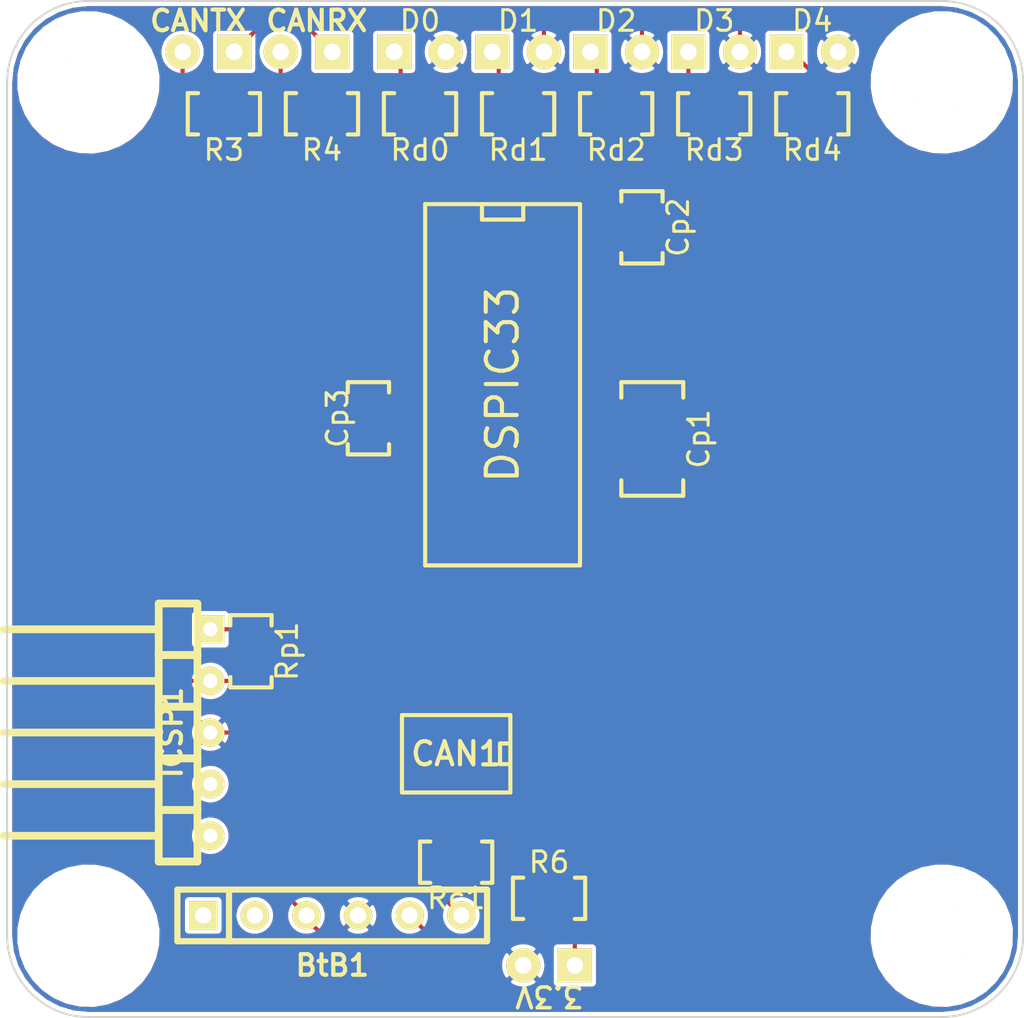
<source format=kicad_pcb>
(kicad_pcb (version 3) (host pcbnew "(2013-07-07 BZR 4022)-stable")
  (layers (15 Dessus.Cu signal) (0 Dessous.Cu signal))
  (net 0 "")
  (net 1 +3.3V)
  (net 2 /CANH)
  (net 3 /CANL)
  (net 4 /CAN_RX)
  (net 5 /CAN_TX)
  (net 6 /D0)
  (net 7 /D1)
  (net 8 /D2)
  (net 9 /D3)
  (net 10 /D4)
  (net 11 /MCLR)
  (net 12 /PGC)
  (net 13 /PGD)
  (net 14 N-0000012)
  (net 15 N-0000024)
  (net 16 N-000003)
  (net 17 N-0000037)
  (net 18 N-000004)
  (net 19 N-000005)
  (net 20 N-000006)
  (net 21 N-000008)
  (net 22 N-000009)
  (net 23 VSS)
  (module Ogbw-PIN_ARRAY-5X1-coudée (layer Dessus.Cu) (at 195 101 270)
    (fp_text reference ICSP1)
    (fp_text value CONN_5 hide)
    (pad 5 thru_hole circle (at 5.08 0 270) (size 1.397 1.397) (drill 0.6985) (layers *.Cu *.Mask Dessus.SilkS) (net 12 /PGC))
    (pad 4 thru_hole circle (at 2.54 0 270) (size 1.397 1.397) (drill 0.6985) (layers *.Cu *.Mask Dessus.SilkS) (net 13 /PGD))
    (pad 3 thru_hole circle (at 0 0 270) (size 1.397 1.397) (drill 0.6985) (layers *.Cu *.Mask Dessus.SilkS) (net 23 VSS))
    (pad 2 thru_hole circle (at -2.54 0 270) (size 1.397 1.397) (drill 0.6985) (layers *.Cu *.Mask Dessus.SilkS) (net 1 +3.3V))
    (pad 1 thru_hole rect (at -5.08 0 270) (size 1.397 1.397) (drill 0.6985) (layers *.Cu *.Mask Dessus.SilkS) (net 11 /MCLR))
  )
  (module Ogbw-CMS-1206 (layer Dessus.Cu) (at 216.75 86.552 270)
    (fp_text reference Cp1)
    (fp_text value C hide)
    (pad 1 smd rect (at -1.651 0 270) (size 1.524 2.032) (layers Dessus.Cu Dessus.Pate Dessus.Masque) (net 17 N-0000037))
    (pad 2 smd rect (at 1.651 0 270) (size 1.524 2.032) (layers Dessus.Cu Dessus.Pate Dessus.Masque) (net 23 VSS))
  )
  (module Ogbw-LED-3MM (layer Dessus.Cu) (at 211.67 112.46 180)
    (fp_text reference 3.3V1 hide)
    (fp_text value LED hide)
    (pad 1 thru_hole rect (at -1.27 0 180) (size 1.6764 1.6764) (drill 0.8128) (layers *.Cu *.Mask Dessus.SilkS) (net 15 N-0000024))
    (pad 2 thru_hole circle (at 1.27 0 180) (size 1.6764 1.6764) (drill 0.8128) (layers *.Cu *.Mask Dessus.SilkS) (net 23 VSS))
  )
  (module Ogbw-LED-3MM (layer Dessus.Cu) (at 224.624 67.502)
    (fp_text reference D4)
    (fp_text value LED hide)
    (pad 1 thru_hole rect (at -1.27 0) (size 1.6764 1.6764) (drill 0.8128) (layers *.Cu *.Mask Dessus.SilkS) (net 16 N-000003))
    (pad 2 thru_hole circle (at 1.27 0) (size 1.6764 1.6764) (drill 0.8128) (layers *.Cu *.Mask Dessus.SilkS) (net 23 VSS))
  )
  (module Ogbw-LED-3MM (layer Dessus.Cu) (at 214.972 67.502)
    (fp_text reference D2)
    (fp_text value LED hide)
    (pad 1 thru_hole rect (at -1.27 0) (size 1.6764 1.6764) (drill 0.8128) (layers *.Cu *.Mask Dessus.SilkS) (net 14 N-0000012))
    (pad 2 thru_hole circle (at 1.27 0) (size 1.6764 1.6764) (drill 0.8128) (layers *.Cu *.Mask Dessus.SilkS) (net 23 VSS))
  )
  (module Ogbw-LED-3MM (layer Dessus.Cu) (at 210.146 67.502)
    (fp_text reference D1)
    (fp_text value LED hide)
    (pad 1 thru_hole rect (at -1.27 0) (size 1.6764 1.6764) (drill 0.8128) (layers *.Cu *.Mask Dessus.SilkS) (net 22 N-000009))
    (pad 2 thru_hole circle (at 1.27 0) (size 1.6764 1.6764) (drill 0.8128) (layers *.Cu *.Mask Dessus.SilkS) (net 23 VSS))
  )
  (module Ogbw-LED-3MM (layer Dessus.Cu) (at 205.32 67.502)
    (fp_text reference D0)
    (fp_text value LED hide)
    (pad 1 thru_hole rect (at -1.27 0) (size 1.6764 1.6764) (drill 0.8128) (layers *.Cu *.Mask Dessus.SilkS) (net 21 N-000008))
    (pad 2 thru_hole circle (at 1.27 0) (size 1.6764 1.6764) (drill 0.8128) (layers *.Cu *.Mask Dessus.SilkS) (net 23 VSS))
  )
  (module Ogbw-LED-3MM (layer Dessus.Cu) (at 194.906 67.502 180)
    (fp_text reference CAN_TX1 hide)
    (fp_text value LED hide)
    (pad 1 thru_hole rect (at -1.27 0 180) (size 1.6764 1.6764) (drill 0.8128) (layers *.Cu *.Mask Dessus.SilkS) (net 1 +3.3V))
    (pad 2 thru_hole circle (at 1.27 0 180) (size 1.6764 1.6764) (drill 0.8128) (layers *.Cu *.Mask Dessus.SilkS) (net 19 N-000005))
  )
  (module Ogbw-LED-3MM (layer Dessus.Cu) (at 199.732 67.502 180)
    (fp_text reference CAN_RX1 hide)
    (fp_text value LED hide)
    (pad 1 thru_hole rect (at -1.27 0 180) (size 1.6764 1.6764) (drill 0.8128) (layers *.Cu *.Mask Dessus.SilkS) (net 1 +3.3V))
    (pad 2 thru_hole circle (at 1.27 0 180) (size 1.6764 1.6764) (drill 0.8128) (layers *.Cu *.Mask Dessus.SilkS) (net 20 N-000006))
  )
  (module Ogbw-LED-3MM (layer Dessus.Cu) (at 219.798 67.502)
    (fp_text reference D3)
    (fp_text value LED hide)
    (pad 1 thru_hole rect (at -1.27 0) (size 1.6764 1.6764) (drill 0.8128) (layers *.Cu *.Mask Dessus.SilkS) (net 18 N-000004))
    (pad 2 thru_hole circle (at 1.27 0) (size 1.6764 1.6764) (drill 0.8128) (layers *.Cu *.Mask Dessus.SilkS) (net 23 VSS))
  )
  (module Ogbw-CMS-0805 (layer Dessus.Cu) (at 216.242 76.138 90)
    (fp_text reference Cp2)
    (fp_text value C hide)
    (pad 1 smd rect (at -0.9525 0 90) (size 0.889 1.397) (layers Dessus.Cu Dessus.Pate Dessus.Masque) (net 23 VSS))
    (pad 2 smd rect (at 0.9525 0 90) (size 0.889 1.397) (layers Dessus.Cu Dessus.Pate Dessus.Masque) (net 1 +3.3V))
  )
  (module Ogbw-CMS-0805 (layer Dessus.Cu) (at 205.32 70.55 180)
    (fp_text reference Rd0)
    (fp_text value R hide)
    (pad 1 smd rect (at -0.9525 0 180) (size 0.889 1.397) (layers Dessus.Cu Dessus.Pate Dessus.Masque) (net 6 /D0))
    (pad 2 smd rect (at 0.9525 0 180) (size 0.889 1.397) (layers Dessus.Cu Dessus.Pate Dessus.Masque) (net 21 N-000008))
  )
  (module Ogbw-CMS-0805 (layer Dessus.Cu) (at 197 97 270)
    (fp_text reference Rp1)
    (fp_text value R hide)
    (pad 1 smd rect (at -0.9525 0 270) (size 0.889 1.397) (layers Dessus.Cu Dessus.Pate Dessus.Masque) (net 11 /MCLR))
    (pad 2 smd rect (at 0.9525 0 270) (size 0.889 1.397) (layers Dessus.Cu Dessus.Pate Dessus.Masque) (net 1 +3.3V))
  )
  (module Ogbw-CMS-0805 (layer Dessus.Cu) (at 210.146 70.55 180)
    (fp_text reference Rd1)
    (fp_text value R hide)
    (pad 1 smd rect (at -0.9525 0 180) (size 0.889 1.397) (layers Dessus.Cu Dessus.Pate Dessus.Masque) (net 7 /D1))
    (pad 2 smd rect (at 0.9525 0 180) (size 0.889 1.397) (layers Dessus.Cu Dessus.Pate Dessus.Masque) (net 22 N-000009))
  )
  (module Ogbw-CMS-0805 (layer Dessus.Cu) (at 202.78 85.536 270)
    (fp_text reference Cp3)
    (fp_text value C hide)
    (pad 1 smd rect (at -0.9525 0 270) (size 0.889 1.397) (layers Dessus.Cu Dessus.Pate Dessus.Masque) (net 23 VSS))
    (pad 2 smd rect (at 0.9525 0 270) (size 0.889 1.397) (layers Dessus.Cu Dessus.Pate Dessus.Masque) (net 1 +3.3V))
  )
  (module Ogbw-CMS-0805 (layer Dessus.Cu) (at 214.972 70.55 180)
    (fp_text reference Rd2)
    (fp_text value R hide)
    (pad 1 smd rect (at -0.9525 0 180) (size 0.889 1.397) (layers Dessus.Cu Dessus.Pate Dessus.Masque) (net 8 /D2))
    (pad 2 smd rect (at 0.9525 0 180) (size 0.889 1.397) (layers Dessus.Cu Dessus.Pate Dessus.Masque) (net 14 N-0000012))
  )
  (module Ogbw-CMS-0805 (layer Dessus.Cu) (at 211.67 109.158)
    (fp_text reference R6)
    (fp_text value R hide)
    (pad 1 smd rect (at -0.9525 0) (size 0.889 1.397) (layers Dessus.Cu Dessus.Pate Dessus.Masque) (net 1 +3.3V))
    (pad 2 smd rect (at 0.9525 0) (size 0.889 1.397) (layers Dessus.Cu Dessus.Pate Dessus.Masque) (net 15 N-0000024))
  )
  (module Ogbw-CMS-0805 (layer Dessus.Cu) (at 200.494 70.55 180)
    (fp_text reference R4)
    (fp_text value R hide)
    (pad 1 smd rect (at -0.9525 0 180) (size 0.889 1.397) (layers Dessus.Cu Dessus.Pate Dessus.Masque) (net 4 /CAN_RX))
    (pad 2 smd rect (at 0.9525 0 180) (size 0.889 1.397) (layers Dessus.Cu Dessus.Pate Dessus.Masque) (net 20 N-000006))
  )
  (module Ogbw-CMS-0805 (layer Dessus.Cu) (at 195.668 70.55 180)
    (fp_text reference R3)
    (fp_text value R hide)
    (pad 1 smd rect (at -0.9525 0 180) (size 0.889 1.397) (layers Dessus.Cu Dessus.Pate Dessus.Masque) (net 5 /CAN_TX))
    (pad 2 smd rect (at 0.9525 0 180) (size 0.889 1.397) (layers Dessus.Cu Dessus.Pate Dessus.Masque) (net 19 N-000005))
  )
  (module Ogbw-CMS-0805 (layer Dessus.Cu) (at 224.624 70.55)
    (fp_text reference Rd4)
    (fp_text value R hide)
    (pad 1 smd rect (at -0.9525 0) (size 0.889 1.397) (layers Dessus.Cu Dessus.Pate Dessus.Masque) (net 10 /D4))
    (pad 2 smd rect (at 0.9525 0) (size 0.889 1.397) (layers Dessus.Cu Dessus.Pate Dessus.Masque) (net 16 N-000003))
  )
  (module Ogbw-CMS-0805 (layer Dessus.Cu) (at 219.798 70.55 180)
    (fp_text reference Rd3)
    (fp_text value R hide)
    (pad 1 smd rect (at -0.9525 0 180) (size 0.889 1.397) (layers Dessus.Cu Dessus.Pate Dessus.Masque) (net 9 /D3))
    (pad 2 smd rect (at 0.9525 0 180) (size 0.889 1.397) (layers Dessus.Cu Dessus.Pate Dessus.Masque) (net 18 N-000004))
  )
  (module Ogbw-SOIC-8 (layer Dessus.Cu) (at 207.098 102.046 180)
    (fp_text reference CAN1)
    (fp_text value SN65HVD230D hide)
    (pad 8 smd rect (at -1.905 -2.667 180) (size 0.59944 1.39954) (layers Dessus.Cu Dessus.Pate Dessus.Masque) (net 23 VSS))
    (pad 1 smd rect (at -1.905 2.667 180) (size 0.59944 1.39954) (layers Dessus.Cu Dessus.Pate Dessus.Masque) (net 5 /CAN_TX))
    (pad 7 smd rect (at -0.635 -2.667 180) (size 0.59944 1.39954) (layers Dessus.Cu Dessus.Pate Dessus.Masque) (net 2 /CANH))
    (pad 6 smd rect (at 0.635 -2.667 180) (size 0.59944 1.39954) (layers Dessus.Cu Dessus.Pate Dessus.Masque) (net 3 /CANL))
    (pad 5 smd rect (at 1.905 -2.667 180) (size 0.59944 1.39954) (layers Dessus.Cu Dessus.Pate Dessus.Masque))
    (pad 2 smd rect (at -0.635 2.667 180) (size 0.59944 1.39954) (layers Dessus.Cu Dessus.Pate Dessus.Masque) (net 23 VSS))
    (pad 3 smd rect (at 0.635 2.667 180) (size 0.59944 1.39954) (layers Dessus.Cu Dessus.Pate Dessus.Masque) (net 1 +3.3V))
    (pad 4 smd rect (at 1.905 2.667 180) (size 0.59944 1.39954) (layers Dessus.Cu Dessus.Pate Dessus.Masque) (net 4 /CAN_RX))
  )
  (module Ogbw-PIN_ARRAY-6X1-droit (layer Dessus.Cu) (at 201 110)
    (fp_text reference BtB1)
    (fp_text value CONN_6 hide)
    (pad 1 thru_hole rect (at -6.35 0) (size 1.397 1.397) (drill 0.8001) (layers *.Cu *.Mask Dessus.SilkS))
    (pad 2 thru_hole circle (at -3.81 0) (size 1.397 1.397) (drill 0.8001) (layers *.Cu *.Mask Dessus.SilkS))
    (pad 3 thru_hole circle (at -1.27 0) (size 1.397 1.397) (drill 0.8001) (layers *.Cu *.Mask Dessus.SilkS) (net 1 +3.3V))
    (pad 4 thru_hole circle (at 1.27 0) (size 1.397 1.397) (drill 0.8001) (layers *.Cu *.Mask Dessus.SilkS) (net 23 VSS))
    (pad 5 thru_hole circle (at 3.81 0) (size 1.397 1.397) (drill 0.8001) (layers *.Cu *.Mask Dessus.SilkS) (net 2 /CANH))
    (pad 6 thru_hole circle (at 6.35 0) (size 1.397 1.397) (drill 0.8001) (layers *.Cu *.Mask Dessus.SilkS) (net 3 /CANL))
  )
  (module Ogbw-SOIC-28 (layer Dessus.Cu) (at 209.384 83.885 270)
    (fp_text reference DSPIC33)
    (fp_text value DSPIC33FJXXXMC802 hide)
    (pad 1 smd rect (at -8.255 4.572 270) (size 0.508 1.27) (layers Dessus.Cu Dessus.Pate Dessus.Masque) (net 11 /MCLR))
    (pad 2 smd rect (at -6.985 4.572 270) (size 0.508 1.27) (layers Dessus.Cu Dessus.Pate Dessus.Masque) (net 6 /D0))
    (pad 3 smd rect (at -5.715 4.572 270) (size 0.508 1.27) (layers Dessus.Cu Dessus.Pate Dessus.Masque) (net 7 /D1))
    (pad 4 smd rect (at -4.445 4.572 270) (size 0.508 1.27) (layers Dessus.Cu Dessus.Pate Dessus.Masque) (net 13 /PGD))
    (pad 5 smd rect (at -3.175 4.572 270) (size 0.508 1.27) (layers Dessus.Cu Dessus.Pate Dessus.Masque) (net 12 /PGC))
    (pad 6 smd rect (at -1.905 4.572 270) (size 0.508 1.27) (layers Dessus.Cu Dessus.Pate Dessus.Masque))
    (pad 7 smd rect (at -0.635 4.572 270) (size 0.508 1.27) (layers Dessus.Cu Dessus.Pate Dessus.Masque))
    (pad 8 smd rect (at 0.635 4.572 270) (size 0.508 1.27) (layers Dessus.Cu Dessus.Pate Dessus.Masque) (net 23 VSS))
    (pad 9 smd rect (at 1.905 4.572 270) (size 0.508 1.27) (layers Dessus.Cu Dessus.Pate Dessus.Masque) (net 8 /D2))
    (pad 10 smd rect (at 3.175 4.572 270) (size 0.508 1.27) (layers Dessus.Cu Dessus.Pate Dessus.Masque) (net 9 /D3))
    (pad 11 smd rect (at 4.445 4.572 270) (size 0.508 1.27) (layers Dessus.Cu Dessus.Pate Dessus.Masque))
    (pad 12 smd rect (at 5.715 4.572 270) (size 0.508 1.27) (layers Dessus.Cu Dessus.Pate Dessus.Masque) (net 10 /D4))
    (pad 13 smd rect (at 6.985 4.572 270) (size 0.508 1.27) (layers Dessus.Cu Dessus.Pate Dessus.Masque) (net 1 +3.3V))
    (pad 14 smd rect (at 8.255 4.572 270) (size 0.508 1.27) (layers Dessus.Cu Dessus.Pate Dessus.Masque))
    (pad 15 smd rect (at 8.255 -4.572 270) (size 0.508 1.27) (layers Dessus.Cu Dessus.Pate Dessus.Masque) (net 5 /CAN_TX))
    (pad 16 smd rect (at 6.985 -4.572 270) (size 0.508 1.27) (layers Dessus.Cu Dessus.Pate Dessus.Masque) (net 4 /CAN_RX))
    (pad 17 smd rect (at 5.715 -4.572 270) (size 0.508 1.27) (layers Dessus.Cu Dessus.Pate Dessus.Masque))
    (pad 18 smd rect (at 4.445 -4.572 270) (size 0.508 1.27) (layers Dessus.Cu Dessus.Pate Dessus.Masque))
    (pad 19 smd rect (at 3.175 -4.572 270) (size 0.508 1.27) (layers Dessus.Cu Dessus.Pate Dessus.Masque) (net 23 VSS))
    (pad 20 smd rect (at 1.905 -4.572 270) (size 0.508 1.27) (layers Dessus.Cu Dessus.Pate Dessus.Masque) (net 17 N-0000037))
    (pad 21 smd rect (at 0.635 -4.572 270) (size 0.508 1.27) (layers Dessus.Cu Dessus.Pate Dessus.Masque))
    (pad 22 smd rect (at -0.635 -4.572 270) (size 0.508 1.27) (layers Dessus.Cu Dessus.Pate Dessus.Masque))
    (pad 23 smd rect (at -1.905 -4.572 270) (size 0.508 1.27) (layers Dessus.Cu Dessus.Pate Dessus.Masque))
    (pad 24 smd rect (at -3.175 -4.572 270) (size 0.508 1.27) (layers Dessus.Cu Dessus.Pate Dessus.Masque))
    (pad 25 smd rect (at -4.445 -4.572 270) (size 0.508 1.27) (layers Dessus.Cu Dessus.Pate Dessus.Masque))
    (pad 26 smd rect (at -5.715 -4.572 270) (size 0.508 1.27) (layers Dessus.Cu Dessus.Pate Dessus.Masque))
    (pad 27 smd rect (at -6.985 -4.572 270) (size 0.508 1.27) (layers Dessus.Cu Dessus.Pate Dessus.Masque) (net 23 VSS))
    (pad 28 smd rect (at -8.255 -4.572 270) (size 0.508 1.27) (layers Dessus.Cu Dessus.Pate Dessus.Masque) (net 1 +3.3V))
  )
  (module Ogbw-CMS-0805 (layer Dessus.Cu) (at 207.098 107.38 180)
    (fp_text reference Rc1)
    (fp_text value R hide)
    (pad 1 smd rect (at -0.9525 0 180) (size 0.889 1.397) (layers Dessus.Cu Dessus.Pate Dessus.Masque) (net 2 /CANH))
    (pad 2 smd rect (at 0.9525 0 180) (size 0.889 1.397) (layers Dessus.Cu Dessus.Pate Dessus.Masque) (net 3 /CANL))
  )
  (module Ogbw-Trou-mécanique (layer Dessus.Cu) (at 189 69)
    (fp_text reference T1 hide)
    (fp_text value TROU hide)
    (pad "" np_thru_hole circle (at 0 0) (size 3 3) (drill 3) (layers *.Cu *.Mask Dessus.SilkS) (clearance 2))
  )
  (module Ogbw-Trou-mécanique (layer Dessus.Cu) (at 231 69)
    (fp_text reference T2 hide)
    (fp_text value TROU hide)
    (pad "" np_thru_hole circle (at 0 0) (size 3 3) (drill 3) (layers *.Cu *.Mask Dessus.SilkS) (clearance 2))
  )
  (module Ogbw-Trou-mécanique (layer Dessus.Cu) (at 189 111)
    (fp_text reference T3 hide)
    (fp_text value TROU hide)
    (pad "" np_thru_hole circle (at 0 0) (size 3 3) (drill 3) (layers *.Cu *.Mask Dessus.SilkS) (clearance 2))
  )
  (module Ogbw-Trou-mécanique (layer Dessus.Cu) (at 231 111)
    (fp_text reference T4 hide)
    (fp_text value TROU hide)
    (pad "" np_thru_hole circle (at 0 0) (size 3 3) (drill 3) (layers *.Cu *.Mask Dessus.SilkS) (clearance 2))
  )
  (segment (start 199.73 110) (end 199.73 110.172) (width 0.2032) (layer Dessus.Cu) (net 1))
  (segment (start 210.7175 109.3485) (end 210.7175 109.158) (width 0.2032) (layer Dessus.Cu) (net 1))
  (segment (start 207.86 112.206) (end 210.7175 109.3485) (width 0.2032) (layer Dessus.Cu) (net 1))
  (segment (start 201.764 112.206) (end 207.86 112.206) (width 0.2032) (layer Dessus.Cu) (net 1))
  (segment (start 199.73 110.172) (end 201.764 112.206) (width 0.2032) (layer Dessus.Cu) (net 1))
  (segment (start 196.176 67.502) (end 197.446 66.232) (width 0.2032) (layer Dessus.Cu) (net 1))
  (segment (start 199.732 66.232) (end 201.002 67.502) (width 0.2032) (layer Dessus.Cu) (net 1))
  (segment (start 197.446 66.232) (end 199.732 66.232) (width 0.2032) (layer Dessus.Cu) (net 1))
  (segment (start 206.463 99.379) (end 206.463 100.141) (width 0.2032) (layer Dessus.Cu) (net 1))
  (segment (start 198.1785 97.9525) (end 197 97.9525) (width 0.2032) (layer Dessus.Cu) (net 1))
  (segment (start 200.748 100.522) (end 198.1785 97.9525) (width 0.2032) (layer Dessus.Cu) (net 1))
  (segment (start 206.082 100.522) (end 203.796 100.522) (width 0.2032) (layer Dessus.Cu) (net 1))
  (segment (start 203.796 100.522) (end 200.748 100.522) (width 0.2032) (layer Dessus.Cu) (net 1))
  (segment (start 206.463 100.141) (end 206.082 100.522) (width 0.2032) (layer Dessus.Cu) (net 1))
  (segment (start 193.128 98.46) (end 193.128 106.618) (width 0.2032) (layer Dessus.Cu) (net 1))
  (segment (start 193.128 106.618) (end 194.652 108.142) (width 0.2032) (layer Dessus.Cu) (net 1))
  (segment (start 194.652 108.142) (end 197.872 108.142) (width 0.2032) (layer Dessus.Cu) (net 1))
  (segment (start 197.872 108.142) (end 199.73 110) (width 0.2032) (layer Dessus.Cu) (net 1))
  (segment (start 195 98.46) (end 193.128 98.46) (width 0.2032) (layer Dessus.Cu) (net 1))
  (segment (start 195 98.46) (end 196.4925 98.46) (width 0.2032) (layer Dessus.Cu) (net 1))
  (segment (start 196.4925 98.46) (end 197 97.9525) (width 0.2032) (layer Dessus.Cu) (net 1))
  (segment (start 206.254 111.444) (end 204.81 110) (width 0.2032) (layer Dessus.Cu) (net 2))
  (segment (start 207.86 111.444) (end 206.254 111.444) (width 0.2032) (layer Dessus.Cu) (net 2))
  (segment (start 208.622 110.682) (end 207.86 111.444) (width 0.2032) (layer Dessus.Cu) (net 2))
  (segment (start 208.622 107.888) (end 208.622 110.682) (width 0.2032) (layer Dessus.Cu) (net 2))
  (segment (start 207.733 104.713) (end 207.733 107.0625) (width 0.2032) (layer Dessus.Cu) (net 2))
  (segment (start 208.0505 107.38) (end 208.114 107.38) (width 0.2032) (layer Dessus.Cu) (net 2))
  (segment (start 208.114 107.38) (end 208.622 107.888) (width 0.2032) (layer Dessus.Cu) (net 2))
  (segment (start 207.733 107.0625) (end 208.0505 107.38) (width 0.2032) (layer Dessus.Cu) (net 2))
  (segment (start 206.1455 108.7955) (end 207.35 110) (width 0.2032) (layer Dessus.Cu) (net 3))
  (segment (start 206.1455 107.38) (end 206.1455 108.7955) (width 0.2032) (layer Dessus.Cu) (net 3))
  (segment (start 206.463 104.713) (end 206.463 107.0625) (width 0.2032) (layer Dessus.Cu) (net 3))
  (segment (start 206.463 107.0625) (end 206.1455 107.38) (width 0.2032) (layer Dessus.Cu) (net 3))
  (segment (start 195 95.92) (end 196.8725 95.92) (width 0.2032) (layer Dessus.Cu) (net 11))
  (segment (start 196.8725 95.92) (end 197 96.0475) (width 0.2032) (layer Dessus.Cu) (net 11))
  (segment (start 214.0195 70.55) (end 214.0195 67.8195) (width 0.2032) (layer Dessus.Cu) (net 14))
  (segment (start 214.0195 67.8195) (end 213.702 67.502) (width 0.2032) (layer Dessus.Cu) (net 14))
  (segment (start 212.94 112.46) (end 212.94 109.4755) (width 0.2032) (layer Dessus.Cu) (net 15))
  (segment (start 212.94 109.4755) (end 212.6225 109.158) (width 0.2032) (layer Dessus.Cu) (net 15))
  (segment (start 225.5765 70.55) (end 225.5765 69.4705) (width 0.2032) (layer Dessus.Cu) (net 16))
  (segment (start 223.608 67.502) (end 223.354 67.502) (width 0.2032) (layer Dessus.Cu) (net 16))
  (segment (start 225.5765 69.4705) (end 223.608 67.502) (width 0.2032) (layer Dessus.Cu) (net 16))
  (segment (start 218.528 67.502) (end 218.528 70.2325) (width 0.2032) (layer Dessus.Cu) (net 18))
  (segment (start 218.528 70.2325) (end 218.8455 70.55) (width 0.2032) (layer Dessus.Cu) (net 18))
  (segment (start 193.636 67.502) (end 193.636 69.4705) (width 0.2032) (layer Dessus.Cu) (net 19))
  (segment (start 193.636 69.4705) (end 194.7155 70.55) (width 0.2032) (layer Dessus.Cu) (net 19))
  (segment (start 198.462 67.502) (end 198.462 69.4705) (width 0.2032) (layer Dessus.Cu) (net 20))
  (segment (start 198.462 69.4705) (end 199.5415 70.55) (width 0.2032) (layer Dessus.Cu) (net 20))
  (segment (start 204.3675 70.55) (end 204.3675 67.8195) (width 0.2032) (layer Dessus.Cu) (net 21))
  (segment (start 204.3675 67.8195) (end 204.05 67.502) (width 0.2032) (layer Dessus.Cu) (net 21))
  (segment (start 209.1935 70.55) (end 209.1935 67.8195) (width 0.2032) (layer Dessus.Cu) (net 22))
  (segment (start 209.1935 67.8195) (end 208.876 67.502) (width 0.2032) (layer Dessus.Cu) (net 22))
  (segment (start 209.003 104.713) (end 209.003 105.475) (width 0.2032) (layer Dessus.Cu) (net 23))
  (segment (start 211.67 111.19) (end 210.4 112.46) (width 0.2032) (layer Dessus.Cu) (net 23))
  (segment (start 211.67 108.142) (end 211.67 111.19) (width 0.2032) (layer Dessus.Cu) (net 23))
  (segment (start 209.003 105.475) (end 211.67 108.142) (width 0.2032) (layer Dessus.Cu) (net 23))
  (segment (start 207.733 101.411) (end 209.003 102.681) (width 0.2032) (layer Dessus.Cu) (net 23))
  (segment (start 207.86 66.232) (end 211.416 66.232) (width 0.2032) (layer Dessus.Cu) (net 23))
  (segment (start 206.59 67.502) (end 207.86 66.232) (width 0.2032) (layer Dessus.Cu) (net 23))
  (segment (start 195 101) (end 207.128 101) (width 0.2032) (layer Dessus.Cu) (net 23))
  (segment (start 207.733 100.395) (end 207.733 99.379) (width 0.2032) (layer Dessus.Cu) (net 23))
  (segment (start 207.128 101) (end 207.733 100.395) (width 0.2032) (layer Dessus.Cu) (net 23))
  (segment (start 207.733 99.379) (end 207.733 101.411) (width 0.2032) (layer Dessus.Cu) (net 23))
  (segment (start 209.003 102.681) (end 209.003 104.713) (width 0.2032) (layer Dessus.Cu) (net 23))
  (segment (start 211.416 67.502) (end 211.416 66.232) (width 0.2032) (layer Dessus.Cu) (net 23))
  (segment (start 216.242 67.502) (end 216.242 66.232) (width 0.2032) (layer Dessus.Cu) (net 23))
  (segment (start 221.068 67.502) (end 221.068 66.232) (width 0.2032) (layer Dessus.Cu) (net 23))
  (segment (start 224.624 66.232) (end 225.894 67.502) (width 0.2032) (layer Dessus.Cu) (net 23))
  (segment (start 211.416 66.232) (end 216.242 66.232) (width 0.2032) (layer Dessus.Cu) (net 23))
  (segment (start 216.242 66.232) (end 219.798 66.232) (width 0.2032) (layer Dessus.Cu) (net 23))
  (segment (start 219.798 66.232) (end 221.068 66.232) (width 0.2032) (layer Dessus.Cu) (net 23))
  (segment (start 221.068 66.232) (end 224.624 66.232) (width 0.2032) (layer Dessus.Cu) (net 23))
  (zone (net 23) (net_name VSS) (layer Dessus.Cu) (connect_pads (clearance 0.2032)) (min_thickness 0.2032) (fill (arc_segments 32) (thermal_gap 0.2032) (thermal_bridge_width 0.254))
    (polygon (pts (xy 185 115) (xy 235 115) (xy 235 65) (xy 185 65)))
  )
  (zone (net 23) (net_name VSS) (layer Dessous.Cu) (connect_pads (clearance 0.2032)) (min_thickness 0.2032) (fill (arc_segments 32) (thermal_gap 0.2032) (thermal_bridge_width 0.254))
    (polygon (pts (xy 185 65) (xy 235 65) (xy 235 115) (xy 185 115)))
  )
)
</source>
